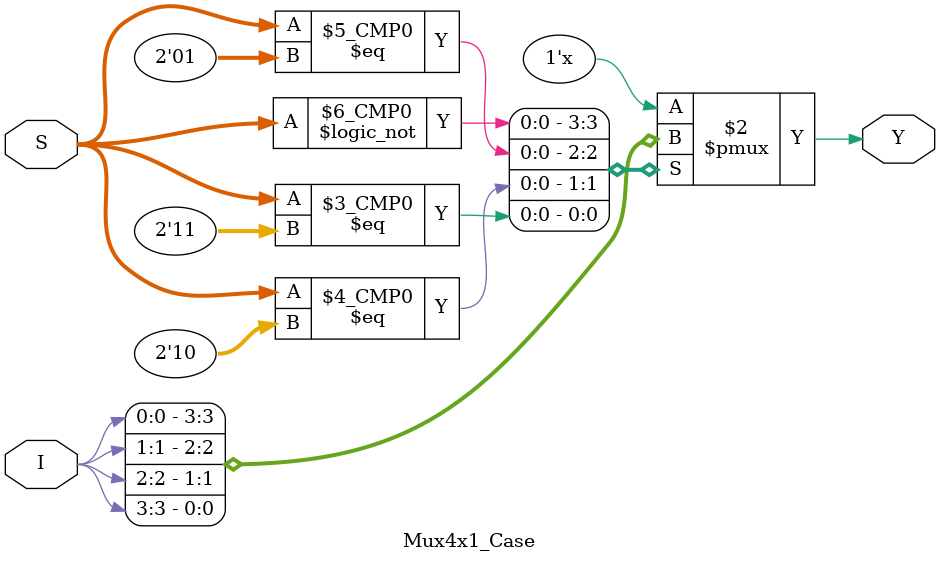
<source format=v>
/*  Circuitos Digitales 1
    I ciclo 2022  
Pablo Duran Segura
**Este código es una adaptación de un programa brindado por Geovanny Delgado Cascante**/

// El presente programa describe un multiplexor 4x1 con sentencia Case 

module Mux4x1_Case  (  input[3:0] I,      //Entradas de datos 
                        input[1:0] S,     //Lineas de seleccion
                        output reg Y);    //Salida del multiplexor


always @ (*)    //Se evaluan todas las combinaciones de la entrada S
    case  (S)
        2'd0 : Y = I[0];   //Asigna la entrada 0 en Y si S=00
        2'd1 : Y = I[1];   //Asigna la entrada 1 en Y si S=01
        2'd2 : Y = I[2];   //Asigna la entrada 2 en Y si S=10
        2'd3 : Y = I[3];   //Asigna la entrada 3 en Y si S=11
    endcase

endmodule


</source>
